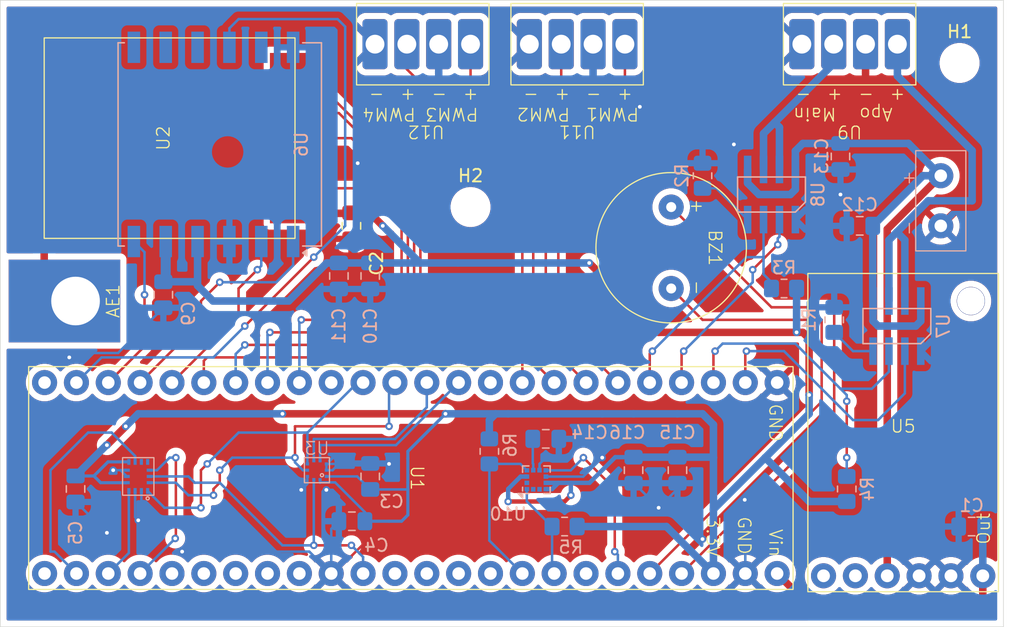
<source format=kicad_pcb>
(kicad_pcb (version 20241229) (generator "pcbnew") (generator_version "9.0")
  (layers (0 "F.Cu" signal) (2 "B.Cu" signal) (13 "F.Paste" user) (15 "B.Paste" user) (5 "F.SilkS" user "F.Silkscreen") (7 "B.SilkS" user "B.Silkscreen") (1 "F.Mask" user) (3 "B.Mask" user) (25 "Edge.Cuts" user))
  (net 0 "")
  (net 1 "Net-(AE1-A)")
  (net 2 "Net-(BZ1-+)")
  (net 3 "Net-(BZ1--)")
  (net 4 "+3.6V")
  (net 5 "GND")
  (net 6 "+3V3")
  (net 7 "+7.4V")
  (net 8 "Net-(U10-C1)")
  (net 9 "Net-(U7-STAT_DIS)")
  (net 10 "Net-(U8-STAT_DIS)")
  (net 11 "/MAIN-STAT")
  (net 12 "/APO-STAT")
  (net 13 "/SCL")
  (net 14 "/SDA")
  (net 15 "/RF-RX")
  (net 16 "/GPS-TX")
  (net 17 "/PWM3")
  (net 18 "/MISO")
  (net 19 "/MAG-DRDY")
  (net 22 "/MAIN-ON")
  (net 23 "/GPS-RX")
  (net 25 "/RF-TX")
  (net 26 "/SCK")
  (net 28 "/MOSI")
  (net 29 "/RF-EN")
  (net 30 "/IMU-INT2")
  (net 31 "/BMP-INT")
  (net 32 "/GPS-1PPS")
  (net 33 "/GPS-RST")
  (net 36 "/BMP-CS")
  (net 37 "/PWM4")
  (net 39 "/IMU-CS")
  (net 40 "/APO-ON")
  (net 41 "/IMU-INT1")
  (net 44 "/PWM2")
  (net 46 "/RF-CFG")
  (net 48 "/PWM1")
  (net 58 "/APO-OUT")
  (net 59 "/MAIN-OUT")
  (footprint "missing_footprints:AX1203DLF" (layer "F.Cu") (at 109.5 80.75 -90)
    (property "Reference" "BZ1")
    (property "Value" "Buzzer" (hide yes))
  )
  (footprint "missing_footprints:D30V30MAx" (layer "F.Cu") (at 128 95.5)
    (property "Reference" "U5")
    (property "Value" "D30V30MAL" (hide yes))
  )
  (footprint "missing_footprints:teensy4.1" (layer "F.Cu") (at 88.74 99.1275 -90)
    (property "Reference" "U1")
    (property "Value" "Teensy4.1")
  )
  (footprint "missing_footprints:HM-TRP-XXX" (layer "F.Cu") (at 69.5 72 90)
    (property "Reference" "U2")
    (property "Value" "HM-TRP-868")
  )
  (footprint "MountingHole:MountingHole_2.7mm_M2.5" (layer "F.Cu") (at 93.5 77.5)
    (property "Reference" "H2")
    (property "Value" "MountingHole")
  )
  (footprint "missing_footprints:ANT-868-PW" (layer "F.Cu") (at 68.5 85 90)
    (property "Reference" "AE1")
    (property "Value" "Antenna")
  )
  (footprint "MountingHole:MountingHole_2.7mm_M2.5" (layer "F.Cu") (at 132.5 66)
    (property "Reference" "H1")
    (property "Value" "MountingHole")
  )
  (footprint "Capacitor_SMD:C_0805_2012Metric_Pad1.18x1.45mm_HandSolder" (layer "F.Cu") (at 84 79 90)
    (property "Reference" "C2")
    (property "Value" "100nF")
  )
  (footprint "missing_footprints:TBC05-04_pwm2" (layer "F.Cu") (at 89.69 64.5 180)
    (property "Reference" "U12")
    (property "Value" "TBC05-04")
  )
  (footprint "missing_footprints:TBC05-04_pwm1" (layer "F.Cu") (at 102 64.5 180)
    (property "Reference" "U11")
    (property "Value" "TBC05-04")
  )
  (footprint "missing_footprints:TBC05-04_charges" (layer "F.Cu") (at 123.73 64.5 180)
    (property "Reference" "U9")
    (property "Value" "TBC05-04" (hide yes))
  )
  (footprint "Capacitor_SMD:C_0805_2012Metric_Pad1.18x1.45mm_HandSolder" (layer "B.Cu") (at 110 98.5 -90)
    (property "Reference" "C15")
    (property "Value" "10uF")
  )
  (footprint "Capacitor_SMD:C_0805_2012Metric_Pad1.18x1.45mm_HandSolder" (layer "B.Cu") (at 124.5375 79 180)
    (property "Reference" "C12")
    (property "Value" "100nF")
  )
  (footprint "Capacitor_SMD:C_0805_2012Metric_Pad1.18x1.45mm_HandSolder" (layer "B.Cu") (at 106.5 98.5 90)
    (property "Reference" "C16")
    (property "Value" "100nF")
  )
  (footprint "Resistor_SMD:R_0805_2012Metric_Pad1.20x1.40mm_HandSolder" (layer "B.Cu") (at 118.5 84 180)
    (property "Reference" "R3")
    (property "Value" "10k")
  )
  (footprint "Resistor_SMD:R_0805_2012Metric_Pad1.20x1.40mm_HandSolder" (layer "B.Cu") (at 101 103)
    (property "Reference" "R5")
    (property "Value" "4.7k")
  )
  (footprint "Capacitor_SMD:C_0805_2012Metric_Pad1.18x1.45mm_HandSolder" (layer "B.Cu") (at 62 100 -90)
    (property "Reference" "C5")
    (property "Value" "100nF")
  )
  (footprint "Capacitor_SMD:C_0805_2012Metric_Pad1.18x1.45mm_HandSolder" (layer "B.Cu") (at 84.0375 102.575 180)
    (property "Reference" "C4")
    (property "Value" "100nF")
  )
  (footprint "Capacitor_SMD:C_0805_2012Metric_Pad1.18x1.45mm_HandSolder" (layer "B.Cu") (at 85.5 83 90)
    (property "Reference" "C10")
    (property "Value" "10uF")
  )
  (footprint "Resistor_SMD:R_0805_2012Metric_Pad1.20x1.40mm_HandSolder" (layer "B.Cu") (at 95 97 90)
    (property "Reference" "R6")
    (property "Value" "4.7k")
  )
  (footprint "Capacitor_SMD:C_0805_2012Metric_Pad1.18x1.45mm_HandSolder" (layer "B.Cu") (at 123 73.4625 -90)
    (property "Reference" "C13")
    (property "Value" "100nF")
  )
  (footprint "Capacitor_SMD:C_0805_2012Metric_Pad1.18x1.45mm_HandSolder" (layer "B.Cu") (at 85.5 99 90)
    (property "Reference" "C3")
    (property "Value" "100nF")
  )
  (footprint "RF_GPS:Quectel_L80-R" (layer "B.Cu") (at 73.5 72.5 90)
    (property "Reference" "U6")
    (property "Value" "L80-R")
  )
  (footprint "Package_LGA:LGA-12_2x2mm_P0.5mm" (layer "B.Cu") (at 98.75 99.2625)
    (property "Reference" "U10")
    (property "Value" "LIS2MDL" (hide yes))
  )
  (footprint "Resistor_SMD:R_0805_2012Metric_Pad1.20x1.40mm_HandSolder" (layer "B.Cu") (at 112 75 -90)
    (property "Reference" "R2")
    (property "Value" "10k")
  )
  (footprint "Resistor_SMD:R_0805_2012Metric_Pad1.20x1.40mm_HandSolder" (layer "B.Cu") (at 122.5 86.5 -90)
    (property "Reference" "R1")
    (property "Value" "10k")
  )
  (footprint "Capacitor_SMD:C_0805_2012Metric_Pad1.18x1.45mm_HandSolder" (layer "B.Cu") (at 83 83 90)
    (property "Reference" "C11")
    (property "Value" "100nF")
  )
  (footprint "Capacitor_SMD:C_0805_2012Metric_Pad1.18x1.45mm_HandSolder" (layer "B.Cu") (at 99.5 96)
    (property "Reference" "C14")
    (property "Value" "220nF")
  )
  (footprint "missing_footprints:power_in" (layer "B.Cu") (at 131 77 -90)
    (property "Reference" "U13" (hide yes))
    (property "Value" "~")
  )
  (footprint "missing_footprints:LSM6DSV80X" (layer "B.Cu") (at 67 99 90)
    (property "Reference" "U4" (hide yes))
    (property "Value" "LSM6DSV80X" (hide yes))
  )
  (footprint "missing_footprints:vn5e160s" (layer "B.Cu") (at 127.5 87 180)
    (property "Reference" "U7")
    (property "Value" "VN5E160STR" (hide yes))
  )
  (footprint "missing_footprints:BMP390" (layer "B.Cu") (at 81.25 98.5)
    (property "Reference" "U3")
    (property "Value" "BMP390" (hide yes))
  )
  (footprint "missing_footprints:vn5e160s" (layer "B.Cu") (at 117.5 76.5 180)
    (property "Reference" "U8")
    (property "Value" "VN5E160STR" (hide yes))
  )
  (footprint "Capacitor_SMD:C_0805_2012Metric_Pad1.18x1.45mm_HandSolder" (layer "B.Cu") (at 69 84.5 90)
    (property "Reference" "C9")
    (property "Value" "100nF")
  )
  (footprint "Capacitor_SMD:C_0805_2012Metric_Pad1.18x1.45mm_HandSolder" (layer "B.Cu") (at 133.4625 103 180)
    (property "Reference" "C1")
    (property "Value" "100nF")
  )
  (footprint "Resistor_SMD:R_0805_2012Metric_Pad1.20x1.40mm_HandSolder" (layer "B.Cu") (at 123.5 100 90)
    (property "Reference" "R4")
    (property "Value" "10k")
  )
  (gr_rect (start 56 61) (end 136 111) (stroke (width 0.05)) (fill no) (layer "Edge.Cuts"))
  (segment (start 59.5 83) (end 61.5 85) (width 0.2) (layer "F.Cu") (net 1))
  (segment (start 59.5 78) (end 59.5 83) (width 0.6) (layer "F.Cu") (net 1))
  (segment (start 109.5 77.5) (end 117.5 85.5) (width 0.2) (layer "F.Cu") (net 2))
  (segment (start 117.5 85.5) (end 122.5 85.5) (width 0.2) (layer "F.Cu") (net 2))
  (segment (start 122.5 85.5) (end 122.5 94.5775) (width 0.2) (layer "F.Cu") (net 2))
  (segment (start 122.5 94.5775) (end 110.33 106.7475) (width 0.2) (layer "F.Cu") (net 2))
  (segment (start 121.5 86.5) (end 121.5 93.0375) (width 0.2) (layer "F.Cu") (net 3))
  (segment (start 121.5 93.0375) (end 107.79 106.7475) (width 0.2) (layer "F.Cu") (net 3))
  (segment (start 109.5 84) (end 112 86.5) (width 0.2) (layer "F.Cu") (net 3))
  (segment (start 112 86.5) (end 121.5 86.5) (width 0.2) (layer "F.Cu") (net 3))
  (segment (start 134.35 108.65) (end 133.5 109.5) (width 0.6) (layer "F.Cu") (net 4))
  (segment (start 120.7025 109.5) (end 117.95 106.7475) (width 0.6) (layer "F.Cu") (net 4))
  (segment (start 134.35 106.93) (end 134.35 108.65) (width 0.6) (layer "F.Cu") (net 4))
  (segment (start 133.5 109.5) (end 120.7025 109.5) (width 0.6) (layer "F.Cu") (net 4))
  (segment (start 134.35 106.93) (end 134.35 103.15) (width 0.6) (layer "B.Cu") (net 4))
  (segment (start 134.35 103.15) (end 134.5 103) (width 0.6) (layer "B.Cu") (net 4))
  (segment (start 131 69.5) (end 125 69.5) (width 0.6) (layer "F.Cu") (net 5))
  (segment (start 134 76) (end 134 72.5) (width 0.6) (layer "F.Cu") (net 5))
  (segment (start 65 103) (end 64.5 103.5) (width 0.2) (layer "F.Cu") (net 5))
  (segment (start 131 79) (end 134 76) (width 0.6) (layer "F.Cu") (net 5))
  (segment (start 112 104) (end 115.135515 100.864485) (width 0.2) (layer "F.Cu") (net 5))
  (segment (start 108 101.5) (end 108.5 101.5) (width 0.2) (layer "F.Cu") (net 5))
  (segment (start 87 98) (end 87 102.349943) (width 0.2) (layer "F.Cu") (net 5))
  (segment (start 104 97.5) (end 108 101.5) (width 0.2) (layer "F.Cu") (net 5))
  (segment (start 119 72.5) (end 123 76.5) (width 0.2) (layer "F.Cu") (net 5))
  (segment (start 115.135515 100.864485) (end 115.364485 100.864485) (width 0.2) (layer "F.Cu") (net 5))
  (segment (start 65 102) (end 67 104) (width 0.2) (layer "F.Cu") (net 5))
  (segment (start 68 105) (end 70.5 105) (width 0.2) (layer "F.Cu") (net 5))
  (segment (start 82 100.075) (end 80 100.075) (width 0.2) (layer "F.Cu") (net 5))
  (segment (start 125 64.5) (end 125 69.5) (width 0.6) (layer "F.Cu") (net 5))
  (segment (start 87 102.349943) (end 82.602443 106.7475) (width 0.2) (layer "F.Cu") (net 5))
  (segment (start 67 102.5) (end 67 104) (width 0.2) (layer "F.Cu") (net 5))
  (segment (start 67 104) (end 68 105) (width 0.2) (layer "F.Cu") (net 5))
  (segment (start 84.5 74) (end 79.5 74) (width 0.6) (layer "F.Cu") (net 5))
  (segment (start 125 69.5) (end 107 69.5) (width 0.6) (layer "F.Cu") (net 5))
  (segment (start 134 72.5) (end 133.5 72) (width 0.6) (layer "F.Cu") (net 5))
  (segment (start 82.602443 106.7475) (end 82.39 106.7475) (width 0.2) (layer "F.Cu") (net 5))
  (segment (start 65 102) (end 65 103) (width 0.2) (layer "F.Cu") (net 5))
  (segment (start 65 98.5) (end 65 102) (width 0.2) (layer "F.Cu") (net 5))
  (segment (start 114.5 72.5) (end 119 72.5) (width 0.2) (layer "F.Cu") (net 5))
  (segment (start 133.5 72) (end 131 69.5) (width 0.6) (layer "F.Cu") (net 5))
  (via (at 108.5 101.5) (size 0.6) (drill 0.3) (layers "F.Cu" "B.Cu") (net 5))
  (via (at 107 69.5) (size 0.6) (drill 0.3) (layers "F.Cu" "B.Cu") (net 5))
  (via (at 112 104) (size 0.6) (drill 0.3) (layers "F.Cu" "B.Cu") (net 5))
  (via (at 70.5 105) (size 0.6) (drill 0.3) (layers "F.Cu" "B.Cu") (net 5))
  (via (at 67 102.5) (size 0.6) (drill 0.3) (layers "F.Cu" "B.Cu") (net 5))
  (via (at 82 100.075) (size 0.6) (drill 0.3) (layers "F.Cu" "B.Cu") (net 5))
  (via (at 123 76.5) (size 0.6) (drill 0.3) (layers "F.Cu" "B.Cu") (net 5))
  (via (at 115.364485 100.864485) (size 0.6) (drill 0.3) (layers "F.Cu" "B.Cu") (net 5))
  (via (at 61.5 89.5) (size 0.6) (drill 0.3) (layers "F.Cu" "B.Cu") (net 5))
  (via (at 104 97.5) (size 0.6) (drill 0.3) (layers "F.Cu" "B.Cu") (net 5))
  (via (at 87 98) (size 0.6) (drill 0.3) (layers "F.Cu" "B.Cu") (net 5))
  (via (at 84.5 74) (size 0.6) (drill 0.3) (layers "F.Cu" "B.Cu") (net 5))
  (via (at 114.5 72.5) (size 0.6) (drill 0.3) (layers "F.Cu" "B.Cu") (net 5))
  (via (at 80 100.075) (size 0.6) (drill 0.3) (layers "F.Cu" "B.Cu") (net 5))
  (via (at 64.5 103.5) (size 0.6) (drill 0.3) (layers "F.Cu" "B.Cu") (net 5))
  (via (at 65 98.5) (size 0.6) (drill 0.3) (layers "F.Cu" "B.Cu") (net 5))
  (segment (start 83 98) (end 85.4625 98) (width 0.2) (layer "B.Cu") (net 5))
  (segment (start 67 102.5) (end 67.25 102.25) (width 0.2) (layer "B.Cu") (net 5))
  (segment (start 62.0375 101.0375) (end 64.5 103.5) (width 0.2) (layer "B.Cu") (net 5))
  (segment (start 80.4875 99.5875) (end 80 100.075) (width 0.2) (layer "B.Cu") (net 5))
  (segment (start 110 99.5375) (end 110 100) (width 0.2) (layer "B.Cu") (net 5))
  (segment (start 102 69.5) (end 93.5 69.5) (width 0.6) (layer "B.Cu") (net 5))
  (segment (start 101.5 97.5) (end 101.5 97) (width 0.2) (layer "B.Cu") (net 5))
  (segment (start 88.5 70.5) (end 89.5 69.5) (width 0.6) (layer "B.Cu") (net 5))
  (segment (start 89.5 69.5) (end 90.5 69.5) (width 0.6) (layer "B.Cu") (net 5))
  (segment (start 82.39 106.7475) (end 82.39 103.185) (width 0.2) (layer "B.Cu") (net 5))
  (segment (start 90.96 69.04) (end 90.5 69.5) (width 0.6) (layer "B.Cu") (net 5))
  (segment (start 109.5 101.5) (end 112 104) (width 0.2) (layer "B.Cu") (net 5))
  (segment (start 66.75 102.25) (end 67 102.5) (width 0.2) (layer "B.Cu") (net 5))
  (segment (start 108.5 101.5) (end 109.5 101.5) (width 0.2) (layer "B.Cu") (net 5))
  (segment (start 115.364485 101.044485) (end 115.41 101.09) (width 0.2) (layer "B.Cu") (net 5))
  (segment (start 85 74) (end 88.5 70.5) (width 0.6) (layer "B.Cu") (net 5))
  (segment (start 62 101.0375) (end 62.0375 101.0375) (width 0.2) (layer "B.Cu") (net 5))
  (segment (start 115.41 101.09) (end 115.41 106.7475) (width 0.2) (layer "B.Cu") (net 5))
  (segment (start 67.25 102.25) (end 67.25 100.1625) (width 0.2) (layer "B.Cu") (net 5))
  (segment (start 83 100.575) (end 83 102.575) (width 0.2) (layer "B.Cu") (net 5))
  (segment (start 82.5 98.5) (end 83 98) (width 0.2) (layer "B.Cu") (net 5))
  (segment (start 82.39 103.185) (end 83 102.575) (width 0.2) (layer "B.Cu") (net 5))
  (segment (start 102.4875 99.0125) (end 104 97.5) (width 0.2) (layer "B.Cu") (net 5))
  (segment (start 107 69.5) (end 103 69.5) (width 0.6) (layer "B.Cu") (net 5))
  (segment (start 61.851 89.149) (end 61.5 89.5) (width 0.2) (layer "B.Cu") (net 5))
  (segment (start 87 98) (end 85.5375 98) (width 0.2) (layer "B.Cu") (net 5))
  (segment (start 106.5 99.5375) (end 106.5375 99.5375) (width 0.2) (layer "B.Cu") (net 5))
  (segment (start 90.96 64.5) (end 90.96 69.04) (width 0.6) (layer "B.Cu") (net 5))
  (segment (start 80.4875 99) (end 80.4875 99.5875) (width 0.2) (layer "B.Cu") (net 5))
  (segment (start 82 100.075) (end 82.5 100.075) (width 0.2) (layer "B.Cu") (net 5))
  (segment (start 82.5 100.075) (end 83 100.575) (width 0.2) (layer "B.Cu") (net 5))
  (segment (start 99 98.5) (end 99 98) (width 0.2) (layer "B.Cu") (net 5))
  (segment (start 82.0125 98.5) (end 82.5 98.5) (width 0.2) (layer "B.Cu") (net 5))
  (segment (start 110 100) (end 108.5 101.5) (width 0.2) (layer "B.Cu") (net 5))
  (segment (start 106.5375 99.5375) (end 108.5 101.5) (width 0.2) (layer "B.Cu") (net 5))
  (segment (start 93.5 69.5) (end 90.5 69.5) (width 0.6) (layer "B.Cu") (net 5))
  (segment (start 65.3885 89.149) (end 61.851 89.149) (width 0.2) (layer "B.Cu") (net 5))
  (segment (start 85.5375 98) (end 85.5 97.9625) (width 0.2) (layer "B.Cu") (net 5))
  (segment (start 99.5125 99.0125) (end 102.4875 99.0125) (width 0.2) (layer "B.Cu") (net 5))
  (segment (start 103.27 64.5) (end 103.27 69.23) (width 0.6) (layer "B.Cu") (net 5))
  (segment (start 82.0125 98.5) (end 82.0125 97.9875) (width 0.2) (layer "B.Cu") (net 5))
  (segment (start 65.5875 98.5) (end 66.0875 99) (width 0.2) (layer "B.Cu") (net 5))
  (segment (start 104 97.5) (end 102.5 96) (width 0.2) (layer "B.Cu") (net 5))
  (segment (start 69 85.5375) (end 65.3885 89.149) (width 0.2) (layer "B.Cu") (net 5))
  (segment (start 66.0875 98.5) (end 65.5875 98.5) (width 0.2) (layer "B.Cu") (net 5))
  (segment (start 85.4625 98) (end 85.5 97.9625) (width 0.2) (layer "B.Cu") (net 5))
  (segment (start 82.39 106.7475) (end 80.6425 105) (width 0.2) (layer "B.Cu") (net 5))
  (segment (start 99.5 97.5) (end 101.5 97.5) (width 0.2) (layer "B.Cu") (net 5))
  (segment (start 65 98.5) (end 65.5875 98.5) (width 0.2) (layer "B.Cu") (net 5))
  (segment (start 103 69.5) (end 102 69.5) (width 0.6) (layer "B.Cu") (net 5))
  (segment (start 101.5 97) (end 102.5 96) (width 0.2) (layer "B.Cu") (net 5))
  (segment (start 80.6425 105) (end 70.5 105) (width 0.2) (layer "B.Cu") (net 5))
  (segment (start 84.5 74) (end 85 74) (width 0.6) (layer "B.Cu") (net 5))
  (segment (start 82.0125 98) (end 83 98) (width 0.2) (layer "B.Cu") (net 5))
  (segment (start 115.364485 100.864485) (end 115.364485 101.044485) (width 0.2) (layer "B.Cu") (net 5))
  (segment (start 99 98) (end 99.5 97.5) (width 0.2) (layer "B.Cu") (net 5))
  (segment (start 66.75 100.1625) (end 66.75 102.25) (width 0.2) (layer "B.Cu") (net 5))
  (segment (start 103.27 69.23) (end 103 69.5) (width 0.6) (layer "B.Cu") (net 5))
  (segment (start 100.5375 96) (end 102.5 96) (width 0.2) (layer "B.Cu") (net 5))
  (segment (start 108.5 87.5) (end 119.5 87.5) (width 0.6) (layer "F.Cu") (net 6))
  (segment (start 66 95) (end 64.5 96.5) (width 0.6) (layer "F.Cu") (net 6))
  (segment (start 79.5 78) (end 83.9625 78) (width 0.6) (layer "F.Cu") (net 6))
  (segment (start 84 77.9625) (end 85.4625 77.9625) (width 0.6) (layer "F.Cu") (net 6))
  (segment (start 120.5 88) (end 120 87.5) (width 0.6) (layer "F.Cu") (net 6))
  (segment (start 101.5 100.5) (end 101 101) (width 0.35) (layer "F.Cu") (net 6))
  (segment (start 85.4625 77.9625) (end 86.5 79) (width 0.6) (layer "F.Cu") (net 6))
  (segment (start 102.9625 81.9625) (end 108.5 87.5) (width 0.6) (layer "F.Cu") (net 6))
  (segment (start 101 101) (end 96.5 101) (width 0.35) (layer "F.Cu") (net 6))
  (segment (start 91.5 94) (end 78.5 94) (width 0.6) (layer "F.Cu") (net 6))
  (segment (start 83.9625 78) (end 84 77.9625) (width 0.6) (layer "F.Cu") (net 6))
  (segment (start 120 87.5) (end 119.5 87.5) (width 0.6) (layer "F.Cu") (net 6))
  (segment (start 120.5 92.5) (end 120.5 88) (width 0.6) (layer "F.Cu") (net 6))
  (segment (start 79.925 78.425) (end 79.5 78) (width 0.6) (layer "F.Cu") (net 6))
  (via (at 96.5 101) (size 0.6) (drill 0.3) (layers "F.Cu" "B.Cu") (net 6))
  (via (at 119.5 87.5) (size 0.6) (drill 0.3) (layers "F.Cu" "B.Cu") (net 6))
  (via (at 101.5 100.5) (size 0.6) (drill 0.3) (layers "F.Cu" "B.Cu") (net 6))
  (via (at 66 95) (size 0.6) (drill 0.3) (layers "F.Cu" "B.Cu") (net 6))
  (via (at 120.5 92.5) (size 0.6) (drill 0.3) (layers "F.Cu" "B.Cu") (net 6))
  (via (at 78.5 94) (size 0.6) (drill 0.3) (layers "F.Cu" "B.Cu") (net 6))
  (via (at 64.5 96.5) (size 0.6) (drill 0.3) (layers "F.Cu" "B.Cu") (net 6))
  (via (at 102.9625 81.9625) (size 0.6) (drill 0.3) (layers "F.Cu" "B.Cu") (net 6))
  (via (at 91.5 94) (size 0.6) (drill 0.3) (layers "F.Cu" "B.Cu") (net 6))
  (via (at 86.5 79) (size 0.6) (drill 0.3) (layers "F.Cu" "B.Cu") (net 6))
  (segment (start 89.4625 81.9625) (end 88 81.9625) (width 0.6) (layer "B.Cu") (net 6))
  (segment (start 85.5 100.0375) (end 88.4625 100.0375) (width 0.2) (layer "B.Cu") (net 6))
  (segment (start 110 94) (end 106.5 94) (width 0.6) (layer "B.Cu") (net 6))
  (segment (start 106.5 97.4625) (end 105.0375 97.4625) (width 0.35) (layer "B.Cu") (net 6))
  (segment (start 100 100.0125) (end 99.5125 100.0125) (width 0.35) (layer "B.Cu") (net 6))
  (segment (start 112.87 105) (end 112.87 101.63) (width 0.6) (layer "B.Cu") (net 6))
  (segment (start 95 94.5) (end 95.5 94) (width 0.6) (layer "B.Cu") (net 6))
  (segment (start 112 94) (end 110 94) (width 0.6) (layer "B.Cu") (net 6))
  (segment (start 102 103) (end 109.1225 103) (width 0.6) (layer "B.Cu") (net 6))
  (segment (start 123.5 101) (end 120.5 101) (width 0.6) (layer "B.Cu") (net 6))
  (segment (start 112.8325 97.4625) (end 112.87 97.5) (width 0.6) (layer "B.Cu") (net 6))
  (segment (start 82.699 99.474) (end 85.075 101.85) (width 0.2) (layer "B.Cu") (net 6))
  (segment (start 71.4225 83.4625) (end 71.73 83.77) (width 0.2) (layer "B.Cu") (net 6))
  (segment (start 69.19 83.2725) (end 69 83.4625) (width 0.2) (layer "B.Cu") (net 6))
  (segment (start 88.4625 100.0375) (end 88.5 100) (width 0.2) (layer "B.Cu") (net 6))
  (segment (start 71.73 83.77) (end 71.73 80.25) (width 0.6) (layer "B.Cu") (net 6))
  (segment (start 101.5 99.5125) (end 101.5 100.5) (width 0.35) (layer "B.Cu") (net 6))
  (segment (start 100.5 99.5125) (end 100 100.0125) (width 0.35) (layer "B.Cu") (net 6))
  (segment (start 120.5 94) (end 120.5 92.5) (width 0.6) (layer "B.Cu") (net 6))
  (segment (start 95 96) (end 95 94.5) (width 0.6) (layer "B.Cu") (net 6))
  (segment (start 88.5 97.575) (end 88.5 99.5) (width 0.25) (layer "B.Cu") (net 6))
  (segment (start 88.5 97) (end 91.5 94) (width 0.25) (layer "B.Cu") (net 6))
  (segment (start 102.9625 81.9625) (end 92.5 81.9625) (width 0.6) (layer "B.Cu") (net 6))
  (segment (start 63.4625 98.9625) (end 64 99.5) (width 0.25) (layer "B.Cu") (net 6))
  (segment (start 112.87 101.63) (end 117 97.5) (width 0.6) (layer "B.Cu") (net 6))
  (segment (start 81.526 99.474) (end 82.699 99.474) (width 0.2) (layer "B.Cu") (net 6))
  (segment (start 96.5 101) (end 96.5 100) (width 0.35) (layer "B.Cu") (net 6))
  (segment (start 97.4875 99.0125) (end 96.5 100) (width 0.35) (layer "B.Cu") (net 6))
  (segment (start 104 94) (end 96.5 94) (width 0.6) (layer "B.Cu") (net 6))
  (segment (start 81.5 99.5) (end 81.526 99.474) (width 0.2) (layer "B.Cu") (net 6))
  (segment (start 88.5 102.075) (end 88 102.575) (width 0.25) (layer "B.Cu") (net 6))
  (segment (start 119.5 87.5) (end 119.5 84) (width 0.6) (layer "B.Cu") (net 6))
  (segment (start 110 97.4625) (end 112.8325 97.4625) (width 0.6) (layer "B.Cu") (net 6))
  (segment (start 88.5 100) (end 88.5 102.075) (width 0.25) (layer "B.Cu") (net 6))
  (segment (start 85.075 101.85) (end 85.075 102.575) (width 0.2) (layer "B.Cu") (net 6))
  (segment (start 88 102.575) (end 87 102.575) (width 0.25) (layer "B.Cu") (net 6))
  (segment (start 106.5 94) (end 104 94) (width 0.6) (layer "B.Cu") (net 6))
  (segment (start 112.87 97.5) (end 112.87 94.87) (width 0.6) (layer "B.Cu") (net 6))
  (segment (start 69.19 80.25) (end 69.19 83.2725) (width 0.8) (layer "B.Cu") (net 6))
  (segment (start 97.9875 99.0125) (end 97.4875 99.0125) (width 0.35) (layer "B.Cu") (net 6))
  (segment (start 120.5 101) (end 117 97.5) (width 0.6) (layer "B.Cu") (net 6))
  (segment (start 102.9875 99.5125) (end 101.5 99.5125) (width 0.35) (layer "B.Cu") (net 6))
  (segment (start 88.5 99.5) (end 88.5 100) (width 0.25) (layer "B.Cu") (net 6))
  (segment (start 88.5 97.575) (end 88.5 97) (width 0.25) (layer "B.Cu") (net 6))
  (segment (start 82.0125 99) (end 84.4625 99) (width 0.2) (layer "B.Cu") (net 6))
  (segment (start 112.87 106.7475) (end 112.87 105) (width 0.6) (layer "B.Cu") (net 6))
  (segment (start 64.4625 96.5) (end 62 98.9625) (width 0.6) (layer "B.Cu") (net 6))
  (segment (start 100.5 99.5125) (end 99.5125 99.5125) (width 0.35) (layer "B.Cu") (net 6))
  (segment (start 112.87 101.63) (end 112.87 97.5) (width 0.6) (layer "B.Cu") (net 6))
  (segment (start 81.5 99.2625) (end 81.5 99.5) (width 0.2) (layer "B.Cu") (net 6))
  (segment (start 84.4625 99) (end 85.5 100.0375) (width 0.2) (layer "B.Cu") (net 6))
  (segment (start 71.73 80.25) (end 71.73 80.7325) (width 0.6) (layer "B.Cu") (net 6))
  (segment (start 110 97.4625) (end 106.5 97.4625) (width 0.6) (layer "B.Cu") (net 6))
  (segment (start 96.5 94) (end 95.5 94) (width 0.6) (layer "B.Cu") (net 6))
  (segment (start 109.1225 103) (end 112.87 106.7475) (width 0.6) (layer "B.Cu") (net 6))
  (segment (start 64.5 96.5) (end 64.4625 96.5) (width 0.6) (layer "B.Cu") (net 6))
  (segment (start 95.5 94) (end 91.5 94) (width 0.6) (layer "B.Cu") (net 6))
  (segment (start 101.5 99.5125) (end 100.5 99.5125) (width 0.35) (layer "B.Cu") (net 6))
  (segment (start 117 97.5) (end 120.5 94) (width 0.6) (layer "B.Cu") (net 6))
  (segment (start 105.0375 97.4625) (end 102.9875 99.5125) (width 0.35) (layer "B.Cu") (net 6))
  (segment (start 62 98.9625) (end 63.4625 98.9625) (width 0.25) (layer "B.Cu") (net 6))
  (segment (start 78.5 94) (end 67 94) (width 0.6) (layer "B.Cu") (net 6))
  (segment (start 82.0375 81.9625) (end 79 85) (width 0.6) (layer "B.Cu") (net 6))
  (segment (start 63.4625 98.9625) (end 64.5875 97.8375) (width 0.25) (layer "B.Cu") (net 6))
  (segment (start 86.5 79) (end 89.4625 81.9625) (width 0.6) (layer "B.Cu") (net 6))
  (segment (start 72.96 85) (end 71.73 83.77) (width 0.6) (layer "B.Cu") (net 6))
  (segment (start 88 81.9625) (end 82.0375 81.9625) (width 0.6) (layer "B.Cu") (net 6))
  (segment (start 64.5875 97.8375) (end 66.25 97.8375) (width 0.25) (layer "B.Cu") (net 6))
  (segment (start 87 102.575) (end 85.075 102.575) (width 0.25) (layer "B.Cu") (net 6))
  (segment (start 69 83.4625) (end 71.4225 83.4625) (width 0.6) (layer "B.Cu") (net 6))
  (segment (start 79 85) (end 72.96 85) (width 0.6) (layer "B.Cu") (net 6))
  (segment (start 67 94) (end 66 95) (width 0.6) (layer "B.Cu") (net 6))
  (segment (start 64 99.5) (end 66.0875 99.5) (width 0.25) (layer "B.Cu") (net 6))
  (segment (start 112.87 94.87) (end 112 94) (width 0.6) (layer "B.Cu") (net 6))
  (segment (start 92.5 81.9625) (end 89.4625 81.9625) (width 0.6) (layer "B.Cu") (net 6))
  (segment (start 126.73 79.27) (end 126.73 106.93) (width 0.6) (layer "F.Cu") (net 7))
  (segment (start 131 75) (end 126.73 79.27) (width 0.6) (layer "F.Cu") (net 7))
  (segment (start 119.405 74.5) (end 119.405 76.095) (width 0.6) (layer "B.Cu") (net 7))
  (segment (start 120 72.425) (end 119.405 73.02) (width 0.6) (layer "B.Cu") (net 7))
  (segment (start 119.405 76.095) (end 119 76.5) (width 0.6) (layer "B.Cu") (net 7))
  (segment (start 116.5 76.5) (end 115.595 75.595) (width 0.6) (layer "B.Cu") (net 7))
  (segment (start 129.405 85) (end 129.405 86.595) (width 0.6) (layer "B.Cu") (net 7))
  (segment (start 120 72.425) (end 123 72.425) (width 0.6) (layer "B.Cu") (net 7))
  (segment (start 125.6325 79.0575) (end 125.575 79) (width 0.6) (layer "B.Cu") (net 7))
  (segment (start 129.405 86.595) (end 129 87) (width 0.6) (layer "B.Cu") (net 7))
  (segment (start 128.425 72.425) (end 131 75) (width 0.6) (layer "B.Cu") (net 7))
  (segment (start 125.575 79) (end 125.676 78.899) (width 0.6) (layer "B.Cu") (net 7))
  (segment (start 123 72.425) (end 128.425 72.425) (width 0.6) (layer "B.Cu") (net 7))
  (segment (start 125.575 84.98) (end 125.595 85) (width 0.6) (layer "B.Cu") (net 7))
  (segment (start 129.575 75) (end 125.575 79) (width 0.6) (layer "B.Cu") (net 7))
  (segment (start 119 76.5) (end 116.5 76.5) (width 0.6) (layer "B.Cu") (net 7))
  (segment (start 126 87) (end 125.595 86.595) (width 0.6) (layer "B.Cu") (net 7))
  (segment (start 125.575 79) (end 125.575 84.98) (width 0.6) (layer "B.Cu") (net 7))
  (segment (start 125.595 86.595) (end 125.595 85) (width 0.6) (layer "B.Cu") (net 7))
  (segment (start 115.595 75.595) (end 115.595 74.5) (width 0.6) (layer "B.Cu") (net 7))
  (segment (start 129 87) (end 126 87) (width 0.6) (layer "B.Cu") (net 7))
  (segment (start 123.0575 72.3675) (end 123 72.425) (width 0.6) (layer "B.Cu") (net 7))
  (segment (start 119.405 73.02) (end 119.405 74.5) (width 0.6) (layer "B.Cu") (net 7))
  (segment (start 129.575 75) (end 131 75) (width 0.6) (layer "B.Cu") (net 7))
  (segment (start 98.5 98) (end 98.4625 97.9625) (width 0.2) (layer "B.Cu") (net 8))
  (segment (start 98.4625 97.9625) (end 98.4625 96) (width 0.2) (layer "B.Cu") (net 8))
  (segment (start 98.5 98.5) (end 98.5 98) (width 0.2) (layer "B.Cu") (net 8))
  (segment (start 125.595 89) (end 124 89) (width 0.2) (layer "B.Cu") (net 9))
  (segment (start 124 89) (end 122.5 87.5) (width 0.2) (layer "B.Cu") (net 9))
  (segment (start 113.095 76) (end 115.595 78.5) (width 0.2) (layer "B.Cu") (net 10))
  (segment (start 112 76) (end 113.095 76) (width 0.2) (layer "B.Cu") (net 10))
  (segment (start 107.79 91.5075) (end 107.79 89.21) (width 0.2) (layer "F.Cu") (net 11))
  (segment (start 107.79 89.21) (end 108 89) (width 0.2) (layer "F.Cu") (net 11))
  (via (at 108 89) (size 0.6) (drill 0.3) (layers "F.Cu" "B.Cu") (net 11))
  (segment (start 117.5 83.5) (end 116.865 82.865) (width 0.2) (layer "B.Cu") (net 11))
  (segment (start 108 89) (end 115.5 81.5) (width 0.2) (layer "B.Cu") (net 11))
  (segment (start 116.865 81.5) (end 116.865 78.5) (width 0.2) (layer "B.Cu") (net 11))
  (segment (start 116.865 82.865) (end 116.865 81.5) (width 0.2) (layer "B.Cu") (net 11))
  (segment (start 115.5 81.5) (end 116.865 81.5) (width 0.2) (layer "B.Cu") (net 11))
  (segment (start 117.5 84) (end 117.5 83.5) (width 0.2) (layer "B.Cu") (net 11))
  (segment (start 112.87 91.5075) (end 112.87 89.13) (width 0.2) (layer "F.Cu") (net 12))
  (segment (start 112.87 89.13) (end 113 89) (width 0.2) (layer "F.Cu") (net 12))
  (segment (start 123.5 97.5) (end 123.5 93) (width 0.2) (layer "F.Cu") (net 12))
  (via (at 123.5 93) (size 0.6) (drill 0.3) (layers "F.Cu" "B.Cu") (net 12))
  (via (at 113 89) (size 0.6) (drill 0.3) (layers "F.Cu" "B.Cu") (net 12))
  (via (at 123.5 97.5) (size 0.6) (drill 0.3) (layers "F.Cu" "B.Cu") (net 12))
  (segment (start 113.601 88.399) (end 113 89) (width 0.2) (layer "B.Cu") (net 12))
  (segment (start 123 92) (end 119.399 88.399) (width 0.2) (layer "B.Cu") (net 12))
  (segment (start 125.5 92) (end 123 92) (width 0.2) (layer "B.Cu") (net 12))
  (segment (start 126.865 89) (end 126.865 90.635) (width 0.2) (layer "B.Cu") (net 12))
  (segment (start 123.5 93) (end 123.5 92.5) (width 0.2) (layer "B.Cu") (net 12))
  (segment (start 119.399 88.399) (end 113.601 88.399) (width 0.2) (layer "B.Cu") (net 12))
  (segment (start 123.5 92.5) (end 123 92) (width 0.2) (layer "B.Cu") (net 12))
  (segment (start 126.865 90.635) (end 125.5 92) (width 0.2) (layer "B.Cu") (net 12))
  (segment (start 123.5 99) (end 123.5 97.5) (width 0.2) (layer "B.Cu") (net 12))
  (segment (start 97.9875 100.0125) (end 97.9875 100.9875) (width 0.2) (layer "B.Cu") (net 13))
  (segment (start 100 106.5775) (end 100.17 106.7475) (width 0.2) (layer "B.Cu") (net 13))
  (segment (start 97.9875 100.9875) (end 100 103) (width 0.2) (layer "B.Cu") (net 13))
  (segment (start 100 103) (end 100 106.5775) (width 0.2) (layer "B.Cu") (net 13))
  (segment (start 97.63 106.7475) (end 95 104.1175) (width 0.2) (layer "B.Cu") (net 14))
  (segment (start 95 104.1175) (end 95 98) (width 0.2) (layer "B.Cu") (net 14))
  (segment (start 97.475 98) (end 97.9875 98.5125) (width 0.2) (layer "B.Cu") (net 14))
  (segment (start 95 98) (end 97.475 98) (width 0.2) (layer "B.Cu") (net 14))
  (segment (start 88.5 76.5) (end 84 72) (width 0.2) (layer "F.Cu") (net 15))
  (segment (start 77.5 87.5) (end 88.5 87.5) (width 0.2) (layer "F.Cu") (net 15))
  (segment (start 84 72) (end 79.5 72) (width 0.2) (layer "F.Cu") (net 15))
  (segment (start 88.5 87.5) (end 88.5 76.5) (width 0.2) (layer "F.Cu") (net 15))
  (via (at 77.5 87.5) (size 0.6) (drill 0.3) (layers "F.Cu" "B.Cu") (net 15))
  (segment (start 77.31 91.5075) (end 77.31 87.69) (width 0.2) (layer "B.Cu") (net 15))
  (segment (start 77.31 87.69) (end 77.5 87.5) (width 0.2) (layer "B.Cu") (net 15))
  (segment (start 76.5 82.5) (end 75 84) (width 0.2) (layer "F.Cu") (net 16))
  (segment (start 75 86.1975) (end 69.69 91.5075) (width 0.2) (layer "F.Cu") (net 16))
  (segment (start 75 84) (end 75 86.1975) (width 0.2) (layer "F.Cu") (net 16))
  (via (at 76.5 82.5) (size 0.6) (drill 0.3) (layers "F.Cu" "B.Cu") (net 16))
  (segment (start 76.81 82.19) (end 76.81 80.25) (width 0.2) (layer "B.Cu") (net 16))
  (segment (start 76.5 82.5) (end 76.81 82.19) (width 0.2) (layer "B.Cu") (net 16))
  (segment (start 98.5 72.5) (end 93.5 67.5) (width 0.2) (layer "F.Cu") (net 17))
  (segment (start 93.5 67.5) (end 93.5 64.5) (width 0.2) (layer "F.Cu") (net 17))
  (segment (start 100.17 91.5075) (end 98.5 89.8375) (width 0.2) (layer "F.Cu") (net 17))
  (segment (start 98.5 89.8375) (end 98.5 72.5) (width 0.2) (layer "F.Cu") (net 17))
  (segment (start 72.5 98) (end 72 98.5) (width 0.2) (layer "F.Cu") (net 18))
  (segment (start 72 98.5) (end 72 101.5) (width 0.2) (layer "F.Cu") (net 18))
  (via (at 72 101.5) (size 0.6) (drill 0.3) (layers "F.Cu" "B.Cu") (net 18))
  (via (at 72.5 98) (size 0.6) (drill 0.3) (layers "F.Cu" "B.Cu") (net 18))
  (segment (start 84.4925 91.5075) (end 80.475 95.525) (width 0.2) (layer "B.Cu") (net 18))
  (segment (start 80.4875 95.525) (end 80.4875 98) (width 0.2) (layer "B.Cu") (net 18))
  (segment (start 67.75 100.1625) (end 67.75 100.25) (width 0.2) (layer "B.Cu") (net 18))
  (segment (start 72 101.5) (end 69.0875 101.5) (width 0.2) (layer "B.Cu") (net 18))
  (segment (start 75 95.5) (end 80.45 95.5) (width 0.2) (layer "B.Cu") (net 18))
  (segment (start 72.5 98) (end 75 95.5) (width 0.2) (layer "B.Cu") (net 18))
  (segment (start 80.45 95.5) (end 80.475 95.525) (width 0.2) (layer "B.Cu") (net 18))
  (segment (start 84.93 91.5075) (end 84.4925 91.5075) (width 0.2) (layer "B.Cu") (net 18))
  (segment (start 69.0875 101.5) (end 67.75 100.1625) (width 0.2) (layer "B.Cu") (net 18))
  (segment (start 105 105) (end 105 100) (width 0.2) (layer "F.Cu") (net 19))
  (segment (start 105 100) (end 102.5 97.5) (width 0.2) (layer "F.Cu") (net 19))
  (via (at 105 105) (size 0.6) (drill 0.3) (layers "F.Cu" "B.Cu") (net 19))
  (via (at 102.5 97.5) (size 0.6) (drill 0.3) (layers "F.Cu" "B.Cu") (net 19))
  (segment (start 101.4875 98.5125) (end 102.5 97.5) (width 0.2) (layer "B.Cu") (net 19))
  (segment (start 105.25 105.25) (end 105 105) (width 0.2) (layer "B.Cu") (net 19))
  (segment (start 105.25 106.7475) (end 105.25 105.25) (width 0.2) (layer "B.Cu") (net 19))
  (segment (start 99.5125 98.5125) (end 101.4875 98.5125) (width 0.2) (layer "B.Cu") (net 19))
  (segment (start 110.33 89.17) (end 110.5 89) (width 0.2) (layer "F.Cu") (net 22))
  (segment (start 110.33 91.5075) (end 110.33 89.17) (width 0.2) (layer "F.Cu") (net 22))
  (segment (start 116 82.5) (end 118 80.5) (width 0.2) (layer "F.Cu") (net 22))
  (via (at 110.5 89) (size 0.6) (drill 0.3) (layers "F.Cu" "B.Cu") (net 22))
  (via (at 116 82.5) (size 0.6) (drill 0.3) (layers "F.Cu" "B.Cu") (net 22))
  (via (at 118 80.5) (size 0.6) (drill 0.3) (layers "F.Cu" "B.Cu") (net 22))
  (segment (start 118 80.5) (end 118 80) (width 0.2) (layer "B.Cu") (net 22))
  (segment (start 110.5 89) (end 116 83.5) (width 0.2) (layer "B.Cu") (net 22))
  (segment (start 116 83.5) (end 116 82.5) (width 0.2) (layer "B.Cu") (net 22))
  (segment (start 118 80) (end 118.135 79.865) (width 0.2) (layer "B.Cu") (net 22))
  (segment (start 118.135 79.865) (end 118.135 78.5) (width 0.2) (layer "B.Cu") (net 22))
  (segment (start 73.5 83.5) (end 72 85) (width 0.2) (layer "F.Cu") (net 23))
  (segment (start 72 86.6575) (end 67.15 91.5075) (width 0.2) (layer "F.Cu") (net 23))
  (segment (start 72 85) (end 72 86.6575) (width 0.2) (layer "F.Cu") (net 23))
  (via (at 73.5 83.5) (size 0.6) (drill 0.3) (layers "F.Cu" "B.Cu") (net 23))
  (segment (start 78 83.5) (end 79.35 82.15) (width 0.2) (layer "B.Cu") (net 23))
  (segment (start 73.5 83.5) (end 78 83.5) (width 0.2) (layer "B.Cu") (net 23))
  (segment (start 79.35 82.15) (end 79.35 80.25) (width 0.2) (layer "B.Cu") (net 23))
  (segment (start 87 76) (end 88 77) (width 0.2) (layer "F.Cu") (net 25))
  (segment (start 88 86.5) (end 80 86.5) (width 0.2) (layer "F.Cu") (net 25))
  (segment (start 88 77) (end 88 86.5) (width 0.2) (layer "F.Cu") (net 25))
  (segment (start 79.5 76) (end 87 76) (width 0.2) (layer "F.Cu") (net 25))
  (via (at 80 86.5) (size 0.6) (drill 0.3) (layers "F.Cu" "B.Cu") (net 25))
  (segment (start 79.85 86.65) (end 80 86.5) (width 0.2) (layer "B.Cu") (net 25))
  (segment (start 79.85 91.5075) (end 79.85 86.65) (width 0.2) (layer "B.Cu") (net 25))
  (segment (start 84 104.5) (end 81 104.5) (width 0.2) (layer "F.Cu") (net 26))
  (via (at 84 104.5) (size 0.6) (drill 0.3) (layers "F.Cu" "B.Cu") (net 26))
  (via (at 81 104.5) (size 0.6) (drill 0.3) (layers "F.Cu" "B.Cu") (net 26))
  (segment (start 73.5 99.5) (end 78.5 104.5) (width 0.2) (layer "B.Cu") (net 26))
  (segment (start 84.93 105.43) (end 84 104.5) (width 0.2) (layer "B.Cu") (net 26))
  (segment (start 71.5 99.5) (end 73.5 99.5) (width 0.2) (layer "B.Cu") (net 26))
  (segment (start 71.5 99.5) (end 71 99) (width 0.2) (layer "B.Cu") (net 26))
  (segment (start 78.5 104.5) (end 81 104.5) (width 0.2) (layer "B.Cu") (net 26))
  (segment (start 71 99) (end 67.9125 99) (width 0.2) (layer "B.Cu") (net 26))
  (segment (start 81 104.5) (end 81 99.2625) (width 0.2) (layer "B.Cu") (net 26))
  (segment (start 84.93 106.7475) (end 84.93 105.43) (width 0.2) (layer "B.Cu") (net 26))
  (segment (start 73 100.5) (end 73 100) (width 0.2) (layer "F.Cu") (net 28))
  (segment (start 87 95) (end 79.5 95) (width 0.2) (layer "F.Cu") (net 28))
  (segment (start 73.5 99.5) (end 73.5 98.5) (width 0.2) (layer "F.Cu") (net 28))
  (segment (start 79.5 95) (end 79.5 97.5) (width 0.2) (layer "F.Cu") (net 28))
  (segment (start 73 100) (end 73.5 99.5) (width 0.2) (layer "F.Cu") (net 28))
  (via (at 73 100.5) (size 0.6) (drill 0.3) (layers "F.Cu" "B.Cu") (net 28))
  (via (at 87 95) (size 0.6) (drill 0.3) (layers "F.Cu" "B.Cu") (net 28))
  (via (at 79.5 97.5) (size 0.6) (drill 0.3) (layers "F.Cu" "B.Cu") (net 28))
  (via (at 73.5 98.5) (size 0.6) (drill 0.3) (layers "F.Cu" "B.Cu") (net 28))
  (segment (start 79.5 97.5) (end 74.5 97.5) (width 0.2) (layer "B.Cu") (net 28))
  (segment (start 70 99.5) (end 67.9125 99.5) (width 0.2) (layer "B.Cu") (net 28))
  (segment (start 79.5 97.5) (end 79.5 97.877) (width 0.2) (layer "B.Cu") (net 28))
  (segment (start 79.5 97.877) (end 80.123 98.5) (width 0.2) (layer "B.Cu") (net 28))
  (segment (start 80.123 98.5) (end 80.4875 98.5) (width 0.2) (layer "B.Cu") (net 28))
  (segment (start 87 91.9775) (end 87.47 91.5075) (width 0.2) (layer "B.Cu") (net 28))
  (segment (start 71 100.5) (end 70 99.5) (width 0.2) (layer "B.Cu") (net 28))
  (segment (start 74.5 97.5) (end 73.5 98.5) (width 0.2) (layer "B.Cu") (net 28))
  (segment (start 87 95) (end 87 91.9775) (width 0.2) (layer "B.Cu") (net 28))
  (segment (start 73 100.5) (end 71 100.5) (width 0.2) (layer "B.Cu") (net 28))
  (segment (start 72.5 89.5) (end 72.23 89.77) (width 0.2) (layer "F.Cu") (net 29))
  (segment (start 89.5 75.8) (end 89.5 89.5) (width 0.2) (layer "F.Cu") (net 29))
  (segment (start 79.5 68) (end 81.7 68) (width 0.2) (layer "F.Cu") (net 29))
  (segment (start 89.5 89.5) (end 72.5 89.5) (width 0.2) (layer "F.Cu") (net 29))
  (segment (start 81.7 68) (end 89.5 75.8) (width 0.2) (layer "F.Cu") (net 29))
  (segment (start 72.23 89.77) (end 72.23 91.5075) (width 0.2) (layer "F.Cu") (net 29))
  (segment (start 63 95.5) (end 64.877 95.5) (width 0.2) (layer "B.Cu") (net 30))
  (segment (start 66.75 97.373) (end 66.75 97.8375) (width 0.2) (layer "B.Cu") (net 30))
  (segment (start 64.877 95.5) (end 66.75 97.373) (width 0.2) (layer "B.Cu") (net 30))
  (segment (start 60.3225 105) (end 60 105) (width 0.2) (layer "B.Cu") (net 30))
  (segment (start 62.07 106.7475) (end 60.3225 105) (width 0.2) (layer "B.Cu") (net 30))
  (segment (start 60 105) (end 60 98.5) (width 0.2) (layer "B.Cu") (net 30))
  (segment (start 60 98.5) (end 63 95.5) (width 0.2) (layer "B.Cu") (net 30))
  (segment (start 92.55 91.5075) (end 87.5575 96.5) (width 0.2) (layer "B.Cu") (net 31))
  (segment (start 87.5575 96.5) (end 81.5 96.5) (width 0.2) (layer "B.Cu") (net 31))
  (segment (start 81.5 96.5) (end 81.5 97.7375) (width 0.2) (layer "B.Cu") (net 31))
  (segment (start 67.5 88.6175) (end 64.61 91.5075) (width 0.2) (layer "F.Cu") (net 32))
  (segment (start 67.5 84.5) (end 67.5 88.6175) (width 0.2) (layer "F.Cu") (net 32))
  (via (at 67.5 84.5) (size 0.6) (drill 0.3) (layers "F.Cu" "B.Cu") (net 32))
  (segment (start 67.5 84.5) (end 67.5 81.1) (width 0.2) (layer "B.Cu") (net 32))
  (segment (start 67.5 81.1) (end 66.65 80.25) (width 0.2) (layer "B.Cu") (net 32))
  (segment (start 75.5 87) (end 81 81.5) (width 0.2) (layer "F.Cu") (net 33))
  (via (at 75.5 87) (size 0.6) (drill 0.3) (layers "F.Cu" "B.Cu") (net 33))
  (via (at 81 81.5) (size 0.6) (drill 0.3) (layers "F.Cu" "B.Cu") (net 33))
  (segment (start 82.899 62.5) (end 75 62.5) (width 0.2) (layer "B.Cu") (net 33))
  (segment (start 74.27 63.23) (end 74.27 64.25) (width 0.2) (layer "B.Cu") (net 33))
  (segment (start 64.0775 89.5) (end 62.07 91.5075) (width 0.2) (layer "B.Cu") (net 33))
  (segment (start 83.5 79) (end 83.5 63.101) (width 0.2) (layer "B.Cu") (net 33))
  (segment (start 73 89.5) (end 64.0775 89.5) (width 0.2) (layer "B.Cu") (net 33))
  (segment (start 75 62.5) (end 74.27 63.23) (width 0.2) (layer "B.Cu") (net 33))
  (segment (start 83.5 63.101) (end 82.899 62.5) (width 0.2) (layer "B.Cu") (net 33))
  (segment (start 75.5 87) (end 73 89.5) (width 0.2) (layer "B.Cu") (net 33))
  (segment (start 81 81.5) (end 83.5 79) (width 0.2) (layer "B.Cu") (net 33))
  (segment (start 89.9875 91.53) (end 90.01 91.5075) (width 0.2) (layer "B.Cu") (net 36))
  (segment (start 90.01 91.5075) (end 90.01 93.4804) (width 0.2) (layer "B.Cu") (net 36))
  (segment (start 81 96.0125) (end 81 97.7375) (width 0.2) (layer "B.Cu") (net 36))
  (segment (start 90.01 93.4804) (end 87.4779 96.0125) (width 0.2) (layer "B.Cu") (net 36))
  (segment (start 87.4779 96.0125) (end 81 96.0125) (width 0.2) (layer "B.Cu") (net 36))
  (segment (start 97.63 91.5075) (end 97.63 73.13) (width 0.2) (layer "F.Cu") (net 37))
  (segment (start 94.920001 73) (end 88.42 66.499999) (width 0.2) (layer "F.Cu") (net 37))
  (segment (start 88.42 66.499999) (end 88.42 64.5) (width 0.2) (layer "F.Cu") (net 37))
  (segment (start 97.63 73.13) (end 97.5 73) (width 0.2) (layer "F.Cu") (net 37))
  (segment (start 97.5 73) (end 94.920001 73) (width 0.2) (layer "F.Cu") (net 37))
  (segment (start 69.94875 103.94875) (end 70 103.8975) (width 0.2) (layer "F.Cu") (net 39))
  (segment (start 70 103.8975) (end 70 97.5) (width 0.2) (layer "F.Cu") (net 39))
  (via (at 70 97.5) (size 0.6) (drill 0.3) (layers "F.Cu" "B.Cu") (net 39))
  (via (at 69.94875 103.94875) (size 0.6) (drill 0.3) (layers "F.Cu" "B.Cu") (net 39))
  (segment (start 69.5 97.5) (end 68.5 98.5) (width 0.2) (layer "B.Cu") (net 39))
  (segment (start 68.5 98.5) (end 67.9125 98.5) (width 0.2) (layer "B.Cu") (net 39))
  (segment (start 70 97.5) (end 69.5 97.5) (width 0.2) (layer "B.Cu") (net 39))
  (segment (start 69.94875 103.94875) (end 70 103.8975) (width 0.2) (layer "B.Cu") (net 39))
  (segment (start 67.15 106.7475) (end 69.94875 103.94875) (width 0.2) (layer "B.Cu") (net 39))
  (segment (start 115.41 89.09) (end 115.5 89) (width 0.2) (layer "F.Cu") (net 40))
  (segment (start 115.41 91.5075) (end 115.41 89.09) (width 0.2) (layer "F.Cu") (net 40))
  (via (at 115.5 89) (size 0.6) (drill 0.3) (layers "F.Cu" "B.Cu") (net 40))
  (segment (start 124 94.5) (end 118.5 89) (width 0.2) (layer "B.Cu") (net 40))
  (segment (start 118.5 89) (end 115.5 89) (width 0.2) (layer "B.Cu") (net 40))
  (segment (start 126 94.5) (end 124 94.5) (width 0.2) (layer "B.Cu") (net 40))
  (segment (start 128.135 89) (end 128.135 92.365) (width 0.2) (layer "B.Cu") (net 40))
  (segment (start 128.135 92.365) (end 126 94.5) (width 0.2) (layer "B.Cu") (net 40))
  (segment (start 64.61 106.7475) (end 66.25 105.1075) (width 0.2) (layer "B.Cu") (net 41))
  (segment (start 66.25 105.1075) (end 66.25 100.1625) (width 0.2) (layer "B.Cu") (net 41))
  (segment (start 102.71 91.5075) (end 99.5 88.2975) (width 0.2) (layer "F.Cu") (net 44))
  (segment (start 99.5 72) (end 100.73 70.77) (width 0.2) (layer "F.Cu") (net 44))
  (segment (start 100.73 70.77) (end 100.73 64.5) (width 0.2) (layer "F.Cu") (net 44))
  (segment (start 99.5 88.2975) (end 99.5 72) (width 0.2) (layer "F.Cu") (net 44))
  (segment (start 89 88.5) (end 89 76) (width 0.2) (layer "F.Cu") (net 46))
  (segment (start 75.5 88.5) (end 89 88.5) (width 0.2) (layer "F.Cu") (net 46))
  (segment (start 83 70) (end 79.5 70) (width 0.2) (layer "F.Cu") (net 46))
  (segment (start 89 76) (end 83 70) (width 0.2) (layer "F.Cu") (net 46))
  (via (at 75.5 88.5) (size 0.6) (drill 0.3) (layers "F.Cu" "B.Cu") (net 46))
  (segment (start 74.77 89.23) (end 75 89) (width 0.2) (layer "B.Cu") (net 46))
  (segment (start 74.77 91.5075) (end 74.77 89.23) (width 0.2) (layer "B.Cu") (net 46))
  (segment (start 75 89) (end 75.5 88.5) (width 0.2) (layer "B.Cu") (net 46))
  (segment (start 105.81 67.19) (end 105.81 64.5) (width 0.2) (layer "F.Cu") (net 48))
  (segment (start 105.25 91.5075) (end 101.7425 88) (width 0.2) (layer "F.Cu") (net 48))
  (segment (start 100.5 72.5) (end 105.81 67.19) (width 0.2) (layer "F.Cu") (net 48))
  (segment (start 100.5 88) (end 100.5 72.5) (width 0.2) (layer "F.Cu") (net 48))
  (segment (start 101.7425 88) (end 100.5 88) (width 0.2) (layer "F.Cu") (net 48))
  (segment (start 128.135 80.135) (end 127.5 79.5) (width 0.6) (layer "B.Cu") (net 58))
  (segment (start 130 77) (end 133.5 77) (width 0.6) (layer "B.Cu") (net 58))
  (segment (start 127.54 67.04) (end 127.54 64.5) (width 0.6) (layer "B.Cu") (net 58))
  (segment (start 127.5 79.5) (end 130 77) (width 0.6) (layer "B.Cu") (net 58))
  (segment (start 133.5 73) (end 127.54 67.04) (width 0.6) (layer "B.Cu") (net 58))
  (segment (start 133.5 77) (end 133.5 73) (width 0.6) (layer "B.Cu") (net 58))
  (segment (start 128.135 85) (end 128.135 80.135) (width 0.6) (layer "B.Cu") (net 58))
  (segment (start 126.865 80.135) (end 127.5 79.5) (width 0.6) (layer "B.Cu") (net 58))
  (segment (start 126.865 85) (end 126.865 80.135) (width 0.6) (layer "B.Cu") (net 58))
  (segment (start 122.46 66.04) (end 122.46 64.5) (width 0.6) (layer "F.Cu") (net 59))
  (segment (start 116.865 74.5) (end 116.865 71.635) (width 0.6) (layer "B.Cu") (net 59))
  (segment (start 117.75 70.75) (end 116.865 71.635) (width 0.6) (layer "B.Cu") (net 59))
  (segment (start 118.135 74.5) (end 118.135 71.135) (width 0.6) (layer "B.Cu") (net 59))
  (segment (start 122.46 64.5) (end 122.46 66.04) (width 0.6) (layer "B.Cu") (net 59))
  (segment (start 122.46 66.04) (end 117.75 70.75) (width 0.6) (layer "B.Cu") (net 59))
  (segment (start 118.135 71.135) (end 117.75 70.75) (width 0.6) (layer "B.Cu") (net 59))
  (zone (net 5) (net_name "GND") (layer "F.Cu") (connect_pads (clearance 0.5)) (min_thickness 0.25) (fill yes (thermal_gap 0.5) (thermal_bridge_width 0.5))
    (polygon (pts (xy 56 61) (xy 136 61) (xy 136 111) (xy 56 111)))
  )
  (zone (net 5) (net_name "GND") (layer "B.Cu") (priority 1) (connect_pads (clearance 0.5)) (min_thickness 0.25) (fill yes (thermal_gap 0.5) (thermal_bridge_width 0.5))
    (polygon (pts (xy 136 61) (xy 136 111) (xy 56 111) (xy 56 61)))
  )
)
</source>
